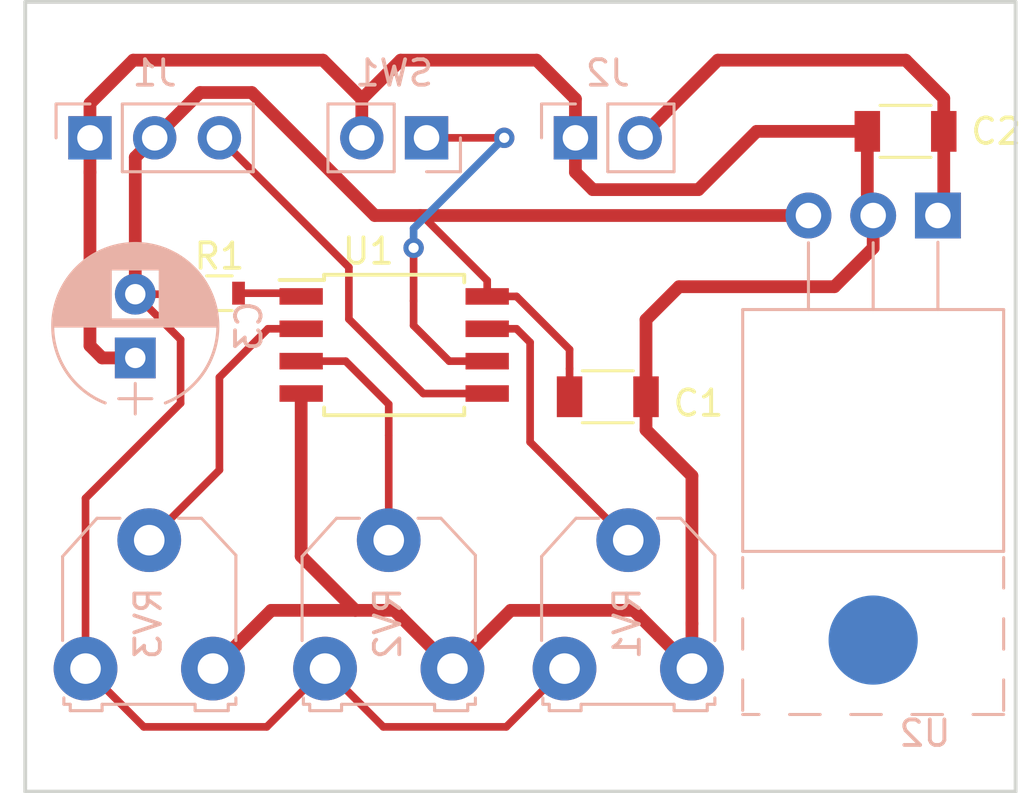
<source format=kicad_pcb>
(kicad_pcb (version 20171130) (host pcbnew "(5.0.1)-3")

  (general
    (thickness 1.6)
    (drawings 4)
    (tracks 101)
    (zones 0)
    (modules 12)
    (nets 10)
  )

  (page A4)
  (title_block
    (title RailroadSwitch)
    (date 2019-01-01)
    (rev 1)
    (company "Mark van Renswoude")
  )

  (layers
    (0 F.Cu signal)
    (31 B.Cu signal)
    (32 B.Adhes user)
    (33 F.Adhes user)
    (34 B.Paste user)
    (35 F.Paste user)
    (36 B.SilkS user)
    (37 F.SilkS user)
    (38 B.Mask user)
    (39 F.Mask user)
    (40 Dwgs.User user)
    (41 Cmts.User user)
    (42 Eco1.User user)
    (43 Eco2.User user)
    (44 Edge.Cuts user)
    (45 Margin user)
    (46 B.CrtYd user)
    (47 F.CrtYd user)
    (48 B.Fab user)
    (49 F.Fab user)
  )

  (setup
    (last_trace_width 0.3)
    (user_trace_width 0.5)
    (trace_clearance 0.2)
    (zone_clearance 0.508)
    (zone_45_only no)
    (trace_min 0.2)
    (segment_width 0.2)
    (edge_width 0.15)
    (via_size 0.8)
    (via_drill 0.4)
    (via_min_size 0.4)
    (via_min_drill 0.3)
    (uvia_size 0.3)
    (uvia_drill 0.1)
    (uvias_allowed no)
    (uvia_min_size 0.2)
    (uvia_min_drill 0.1)
    (pcb_text_width 0.3)
    (pcb_text_size 1.5 1.5)
    (mod_edge_width 0.15)
    (mod_text_size 1 1)
    (mod_text_width 0.15)
    (pad_size 1.524 1.524)
    (pad_drill 0.762)
    (pad_to_mask_clearance 0.051)
    (solder_mask_min_width 0.25)
    (aux_axis_origin 0 0)
    (visible_elements 7FFFFFFF)
    (pcbplotparams
      (layerselection 0x00000_7fffffff)
      (usegerberextensions false)
      (usegerberattributes false)
      (usegerberadvancedattributes false)
      (creategerberjobfile false)
      (excludeedgelayer true)
      (linewidth 0.100000)
      (plotframeref false)
      (viasonmask false)
      (mode 1)
      (useauxorigin false)
      (hpglpennumber 1)
      (hpglpenspeed 20)
      (hpglpendiameter 15.000000)
      (psnegative true)
      (psa4output false)
      (plotreference true)
      (plotvalue true)
      (plotinvisibletext false)
      (padsonsilk false)
      (subtractmaskfromsilk false)
      (outputformat 4)
      (mirror true)
      (drillshape 1)
      (scaleselection 1)
      (outputdirectory ""))
  )

  (net 0 "")
  (net 1 GND)
  (net 2 +5V)
  (net 3 "Net-(J1-Pad3)")
  (net 4 +12V)
  (net 5 "Net-(R1-Pad2)")
  (net 6 "Net-(RV1-Pad2)")
  (net 7 "Net-(RV2-Pad2)")
  (net 8 "Net-(SW1-Pad1)")
  (net 9 "Net-(RV3-Pad2)")

  (net_class Default "This is the default net class."
    (clearance 0.2)
    (trace_width 0.3)
    (via_dia 0.8)
    (via_drill 0.4)
    (uvia_dia 0.3)
    (uvia_drill 0.1)
    (add_net +12V)
    (add_net +5V)
    (add_net GND)
    (add_net "Net-(J1-Pad3)")
    (add_net "Net-(R1-Pad2)")
    (add_net "Net-(RV1-Pad2)")
    (add_net "Net-(RV2-Pad2)")
    (add_net "Net-(RV3-Pad2)")
    (add_net "Net-(SW1-Pad1)")
  )

  (module custom:TO-220-3_Horizontal_Reversed (layer B.Cu) (tedit 5C2BB86F) (tstamp 5C2E5ECD)
    (at 169.418 63.246 180)
    (descr "TO-220-3, Horizontal, RM 2.54mm")
    (tags "TO-220-3 Horizontal RM 2.54mm")
    (path /5C2CDA60)
    (fp_text reference U2 (at 0.508 -20.32 180) (layer B.SilkS)
      (effects (font (size 1 1) (thickness 0.15)) (justify mirror))
    )
    (fp_text value L7805 (at 2.54 1.9 180) (layer B.Fab)
      (effects (font (size 1 1) (thickness 0.15)) (justify mirror))
    )
    (fp_circle (center 2.54 -16.66) (end 4.39 -16.66) (layer B.Fab) (width 0.1))
    (fp_line (start 7.79 1.15) (end -2.71 1.15) (layer B.CrtYd) (width 0.05))
    (fp_line (start 7.79 -19.71) (end 7.79 1.15) (layer B.CrtYd) (width 0.05))
    (fp_line (start -2.71 -19.71) (end 7.79 -19.71) (layer B.CrtYd) (width 0.05))
    (fp_line (start -2.71 1.15) (end -2.71 -19.71) (layer B.CrtYd) (width 0.05))
    (fp_line (start 5.08 -1.066) (end 5.08 -3.69) (layer B.SilkS) (width 0.12))
    (fp_line (start 2.54 -1.066) (end 2.54 -3.69) (layer B.SilkS) (width 0.12))
    (fp_line (start 0 -1.05) (end 0 -3.69) (layer B.SilkS) (width 0.12))
    (fp_line (start 7.66 -18.22) (end 7.66 -19.42) (layer B.SilkS) (width 0.12))
    (fp_line (start 7.66 -15.82) (end 7.66 -17.02) (layer B.SilkS) (width 0.12))
    (fp_line (start 7.66 -13.42) (end 7.66 -14.62) (layer B.SilkS) (width 0.12))
    (fp_line (start -2.58 -18.22) (end -2.58 -19.42) (layer B.SilkS) (width 0.12))
    (fp_line (start -2.58 -15.82) (end -2.58 -17.02) (layer B.SilkS) (width 0.12))
    (fp_line (start -2.58 -13.42) (end -2.58 -14.62) (layer B.SilkS) (width 0.12))
    (fp_line (start 7.02 -19.58) (end 7.66 -19.58) (layer B.SilkS) (width 0.12))
    (fp_line (start 4.62 -19.58) (end 5.82 -19.58) (layer B.SilkS) (width 0.12))
    (fp_line (start 2.22 -19.58) (end 3.42 -19.58) (layer B.SilkS) (width 0.12))
    (fp_line (start -0.181 -19.58) (end 1.02 -19.58) (layer B.SilkS) (width 0.12))
    (fp_line (start -2.58 -19.58) (end -1.38 -19.58) (layer B.SilkS) (width 0.12))
    (fp_line (start 7.66 -3.69) (end 7.66 -13.18) (layer B.SilkS) (width 0.12))
    (fp_line (start -2.58 -3.69) (end -2.58 -13.18) (layer B.SilkS) (width 0.12))
    (fp_line (start -2.58 -13.18) (end 7.66 -13.18) (layer B.SilkS) (width 0.12))
    (fp_line (start -2.58 -3.69) (end 7.66 -3.69) (layer B.SilkS) (width 0.12))
    (fp_line (start 5.08 -3.81) (end 5.08 0) (layer B.Fab) (width 0.1))
    (fp_line (start 2.54 -3.81) (end 2.54 0) (layer B.Fab) (width 0.1))
    (fp_line (start 0 -3.81) (end 0 0) (layer B.Fab) (width 0.1))
    (fp_line (start 7.54 -3.81) (end -2.46 -3.81) (layer B.Fab) (width 0.1))
    (fp_line (start 7.54 -13.06) (end 7.54 -3.81) (layer B.Fab) (width 0.1))
    (fp_line (start -2.46 -13.06) (end 7.54 -13.06) (layer B.Fab) (width 0.1))
    (fp_line (start -2.46 -3.81) (end -2.46 -13.06) (layer B.Fab) (width 0.1))
    (fp_line (start 7.54 -13.06) (end -2.46 -13.06) (layer B.Fab) (width 0.1))
    (fp_line (start 7.54 -19.46) (end 7.54 -13.06) (layer B.Fab) (width 0.1))
    (fp_line (start -2.46 -19.46) (end 7.54 -19.46) (layer B.Fab) (width 0.1))
    (fp_line (start -2.46 -13.06) (end -2.46 -19.46) (layer B.Fab) (width 0.1))
    (fp_text user %R (at 2.54 -20.58 180) (layer B.Fab)
      (effects (font (size 1 1) (thickness 0.15)) (justify mirror))
    )
    (pad 3 thru_hole oval (at 5.08 0 180) (size 1.8 1.8) (drill 1) (layers *.Cu *.Mask)
      (net 2 +5V))
    (pad 2 thru_hole oval (at 2.54 0 180) (size 1.8 1.8) (drill 1) (layers *.Cu *.Mask)
      (net 1 GND))
    (pad 1 thru_hole rect (at 0 0 180) (size 1.8 1.8) (drill 1) (layers *.Cu *.Mask)
      (net 4 +12V))
    (pad 0 smd oval (at 2.54 -16.66 180) (size 3.5 3.5) (layers B.Cu B.Paste B.Mask))
    (model ${KISYS3DMOD}/TO_SOT_Packages_THT.3dshapes/TO-220-3_Horizontal_Reversed.wrl
      (offset (xyz 2.539999961853027 0 0))
      (scale (xyz 0.393701 0.393701 0.393701))
      (rotate (xyz 0 0 180))
    )
  )

  (module Capacitors_SMD:C_1206 (layer F.Cu) (tedit 58AA84B8) (tstamp 5C2E5CC1)
    (at 156.464 70.358)
    (descr "Capacitor SMD 1206, reflow soldering, AVX (see smccp.pdf)")
    (tags "capacitor 1206")
    (path /5C2C52A2)
    (attr smd)
    (fp_text reference C1 (at 3.556 0.254) (layer F.SilkS)
      (effects (font (size 1 1) (thickness 0.15)))
    )
    (fp_text value 100nF (at 0 2) (layer F.Fab)
      (effects (font (size 1 1) (thickness 0.15)))
    )
    (fp_line (start 2.25 1.05) (end -2.25 1.05) (layer F.CrtYd) (width 0.05))
    (fp_line (start 2.25 1.05) (end 2.25 -1.05) (layer F.CrtYd) (width 0.05))
    (fp_line (start -2.25 -1.05) (end -2.25 1.05) (layer F.CrtYd) (width 0.05))
    (fp_line (start -2.25 -1.05) (end 2.25 -1.05) (layer F.CrtYd) (width 0.05))
    (fp_line (start -1 1.02) (end 1 1.02) (layer F.SilkS) (width 0.12))
    (fp_line (start 1 -1.02) (end -1 -1.02) (layer F.SilkS) (width 0.12))
    (fp_line (start -1.6 -0.8) (end 1.6 -0.8) (layer F.Fab) (width 0.1))
    (fp_line (start 1.6 -0.8) (end 1.6 0.8) (layer F.Fab) (width 0.1))
    (fp_line (start 1.6 0.8) (end -1.6 0.8) (layer F.Fab) (width 0.1))
    (fp_line (start -1.6 0.8) (end -1.6 -0.8) (layer F.Fab) (width 0.1))
    (fp_text user %R (at 0 -1.75) (layer F.Fab)
      (effects (font (size 1 1) (thickness 0.15)))
    )
    (pad 2 smd rect (at 1.5 0) (size 1 1.6) (layers F.Cu F.Paste F.Mask)
      (net 1 GND))
    (pad 1 smd rect (at -1.5 0) (size 1 1.6) (layers F.Cu F.Paste F.Mask)
      (net 2 +5V))
    (model Capacitors_SMD.3dshapes/C_1206.wrl
      (at (xyz 0 0 0))
      (scale (xyz 1 1 1))
      (rotate (xyz 0 0 0))
    )
  )

  (module Capacitors_SMD:C_1206 (layer F.Cu) (tedit 58AA84B8) (tstamp 5C2E5CD2)
    (at 168.148 59.944 180)
    (descr "Capacitor SMD 1206, reflow soldering, AVX (see smccp.pdf)")
    (tags "capacitor 1206")
    (path /5C2E5A00)
    (attr smd)
    (fp_text reference C2 (at -3.556 0 180) (layer F.SilkS)
      (effects (font (size 1 1) (thickness 0.15)))
    )
    (fp_text value 22pF (at 0 2 180) (layer F.Fab)
      (effects (font (size 1 1) (thickness 0.15)))
    )
    (fp_text user %R (at 0 -1.75 180) (layer F.Fab)
      (effects (font (size 1 1) (thickness 0.15)))
    )
    (fp_line (start -1.6 0.8) (end -1.6 -0.8) (layer F.Fab) (width 0.1))
    (fp_line (start 1.6 0.8) (end -1.6 0.8) (layer F.Fab) (width 0.1))
    (fp_line (start 1.6 -0.8) (end 1.6 0.8) (layer F.Fab) (width 0.1))
    (fp_line (start -1.6 -0.8) (end 1.6 -0.8) (layer F.Fab) (width 0.1))
    (fp_line (start 1 -1.02) (end -1 -1.02) (layer F.SilkS) (width 0.12))
    (fp_line (start -1 1.02) (end 1 1.02) (layer F.SilkS) (width 0.12))
    (fp_line (start -2.25 -1.05) (end 2.25 -1.05) (layer F.CrtYd) (width 0.05))
    (fp_line (start -2.25 -1.05) (end -2.25 1.05) (layer F.CrtYd) (width 0.05))
    (fp_line (start 2.25 1.05) (end 2.25 -1.05) (layer F.CrtYd) (width 0.05))
    (fp_line (start 2.25 1.05) (end -2.25 1.05) (layer F.CrtYd) (width 0.05))
    (pad 1 smd rect (at -1.5 0 180) (size 1 1.6) (layers F.Cu F.Paste F.Mask)
      (net 4 +12V))
    (pad 2 smd rect (at 1.5 0 180) (size 1 1.6) (layers F.Cu F.Paste F.Mask)
      (net 1 GND))
    (model Capacitors_SMD.3dshapes/C_1206.wrl
      (at (xyz 0 0 0))
      (scale (xyz 1 1 1))
      (rotate (xyz 0 0 0))
    )
  )

  (module Capacitors_ThroughHole:CP_Radial_D6.3mm_P2.50mm (layer B.Cu) (tedit 597BC7C2) (tstamp 5C2E5D67)
    (at 137.922 68.834 90)
    (descr "CP, Radial series, Radial, pin pitch=2.50mm, , diameter=6.3mm, Electrolytic Capacitor")
    (tags "CP Radial series Radial pin pitch 2.50mm  diameter 6.3mm Electrolytic Capacitor")
    (path /5C2EF195)
    (fp_text reference C3 (at 1.25 4.46 90) (layer B.SilkS)
      (effects (font (size 1 1) (thickness 0.15)) (justify mirror))
    )
    (fp_text value 470uF (at 1.25 -4.46 90) (layer B.Fab)
      (effects (font (size 1 1) (thickness 0.15)) (justify mirror))
    )
    (fp_text user %R (at 1.25 0 90) (layer B.Fab)
      (effects (font (size 1 1) (thickness 0.15)) (justify mirror))
    )
    (fp_line (start 4.75 3.5) (end -2.25 3.5) (layer B.CrtYd) (width 0.05))
    (fp_line (start 4.75 -3.5) (end 4.75 3.5) (layer B.CrtYd) (width 0.05))
    (fp_line (start -2.25 -3.5) (end 4.75 -3.5) (layer B.CrtYd) (width 0.05))
    (fp_line (start -2.25 3.5) (end -2.25 -3.5) (layer B.CrtYd) (width 0.05))
    (fp_line (start -1.6 0.65) (end -1.6 -0.65) (layer B.SilkS) (width 0.12))
    (fp_line (start -2.2 0) (end -1 0) (layer B.SilkS) (width 0.12))
    (fp_line (start 4.451 0.468) (end 4.451 -0.468) (layer B.SilkS) (width 0.12))
    (fp_line (start 4.411 0.676) (end 4.411 -0.676) (layer B.SilkS) (width 0.12))
    (fp_line (start 4.371 0.834) (end 4.371 -0.834) (layer B.SilkS) (width 0.12))
    (fp_line (start 4.331 0.966) (end 4.331 -0.966) (layer B.SilkS) (width 0.12))
    (fp_line (start 4.291 1.081) (end 4.291 -1.081) (layer B.SilkS) (width 0.12))
    (fp_line (start 4.251 1.184) (end 4.251 -1.184) (layer B.SilkS) (width 0.12))
    (fp_line (start 4.211 1.278) (end 4.211 -1.278) (layer B.SilkS) (width 0.12))
    (fp_line (start 4.171 1.364) (end 4.171 -1.364) (layer B.SilkS) (width 0.12))
    (fp_line (start 4.131 1.445) (end 4.131 -1.445) (layer B.SilkS) (width 0.12))
    (fp_line (start 4.091 1.52) (end 4.091 -1.52) (layer B.SilkS) (width 0.12))
    (fp_line (start 4.051 1.591) (end 4.051 -1.591) (layer B.SilkS) (width 0.12))
    (fp_line (start 4.011 1.658) (end 4.011 -1.658) (layer B.SilkS) (width 0.12))
    (fp_line (start 3.971 1.721) (end 3.971 -1.721) (layer B.SilkS) (width 0.12))
    (fp_line (start 3.931 1.781) (end 3.931 -1.781) (layer B.SilkS) (width 0.12))
    (fp_line (start 3.891 1.839) (end 3.891 -1.839) (layer B.SilkS) (width 0.12))
    (fp_line (start 3.851 1.894) (end 3.851 -1.894) (layer B.SilkS) (width 0.12))
    (fp_line (start 3.811 1.946) (end 3.811 -1.946) (layer B.SilkS) (width 0.12))
    (fp_line (start 3.771 1.997) (end 3.771 -1.997) (layer B.SilkS) (width 0.12))
    (fp_line (start 3.731 2.045) (end 3.731 -2.045) (layer B.SilkS) (width 0.12))
    (fp_line (start 3.691 2.092) (end 3.691 -2.092) (layer B.SilkS) (width 0.12))
    (fp_line (start 3.651 2.137) (end 3.651 -2.137) (layer B.SilkS) (width 0.12))
    (fp_line (start 3.611 2.18) (end 3.611 -2.18) (layer B.SilkS) (width 0.12))
    (fp_line (start 3.571 2.222) (end 3.571 -2.222) (layer B.SilkS) (width 0.12))
    (fp_line (start 3.531 2.262) (end 3.531 -2.262) (layer B.SilkS) (width 0.12))
    (fp_line (start 3.491 2.301) (end 3.491 -2.301) (layer B.SilkS) (width 0.12))
    (fp_line (start 3.451 -0.98) (end 3.451 -2.339) (layer B.SilkS) (width 0.12))
    (fp_line (start 3.451 2.339) (end 3.451 0.98) (layer B.SilkS) (width 0.12))
    (fp_line (start 3.411 -0.98) (end 3.411 -2.375) (layer B.SilkS) (width 0.12))
    (fp_line (start 3.411 2.375) (end 3.411 0.98) (layer B.SilkS) (width 0.12))
    (fp_line (start 3.371 -0.98) (end 3.371 -2.411) (layer B.SilkS) (width 0.12))
    (fp_line (start 3.371 2.411) (end 3.371 0.98) (layer B.SilkS) (width 0.12))
    (fp_line (start 3.331 -0.98) (end 3.331 -2.445) (layer B.SilkS) (width 0.12))
    (fp_line (start 3.331 2.445) (end 3.331 0.98) (layer B.SilkS) (width 0.12))
    (fp_line (start 3.291 -0.98) (end 3.291 -2.478) (layer B.SilkS) (width 0.12))
    (fp_line (start 3.291 2.478) (end 3.291 0.98) (layer B.SilkS) (width 0.12))
    (fp_line (start 3.251 -0.98) (end 3.251 -2.51) (layer B.SilkS) (width 0.12))
    (fp_line (start 3.251 2.51) (end 3.251 0.98) (layer B.SilkS) (width 0.12))
    (fp_line (start 3.211 -0.98) (end 3.211 -2.54) (layer B.SilkS) (width 0.12))
    (fp_line (start 3.211 2.54) (end 3.211 0.98) (layer B.SilkS) (width 0.12))
    (fp_line (start 3.171 -0.98) (end 3.171 -2.57) (layer B.SilkS) (width 0.12))
    (fp_line (start 3.171 2.57) (end 3.171 0.98) (layer B.SilkS) (width 0.12))
    (fp_line (start 3.131 -0.98) (end 3.131 -2.599) (layer B.SilkS) (width 0.12))
    (fp_line (start 3.131 2.599) (end 3.131 0.98) (layer B.SilkS) (width 0.12))
    (fp_line (start 3.091 -0.98) (end 3.091 -2.627) (layer B.SilkS) (width 0.12))
    (fp_line (start 3.091 2.627) (end 3.091 0.98) (layer B.SilkS) (width 0.12))
    (fp_line (start 3.051 -0.98) (end 3.051 -2.654) (layer B.SilkS) (width 0.12))
    (fp_line (start 3.051 2.654) (end 3.051 0.98) (layer B.SilkS) (width 0.12))
    (fp_line (start 3.011 -0.98) (end 3.011 -2.681) (layer B.SilkS) (width 0.12))
    (fp_line (start 3.011 2.681) (end 3.011 0.98) (layer B.SilkS) (width 0.12))
    (fp_line (start 2.971 -0.98) (end 2.971 -2.706) (layer B.SilkS) (width 0.12))
    (fp_line (start 2.971 2.706) (end 2.971 0.98) (layer B.SilkS) (width 0.12))
    (fp_line (start 2.931 -0.98) (end 2.931 -2.731) (layer B.SilkS) (width 0.12))
    (fp_line (start 2.931 2.731) (end 2.931 0.98) (layer B.SilkS) (width 0.12))
    (fp_line (start 2.891 -0.98) (end 2.891 -2.755) (layer B.SilkS) (width 0.12))
    (fp_line (start 2.891 2.755) (end 2.891 0.98) (layer B.SilkS) (width 0.12))
    (fp_line (start 2.851 -0.98) (end 2.851 -2.778) (layer B.SilkS) (width 0.12))
    (fp_line (start 2.851 2.778) (end 2.851 0.98) (layer B.SilkS) (width 0.12))
    (fp_line (start 2.811 -0.98) (end 2.811 -2.8) (layer B.SilkS) (width 0.12))
    (fp_line (start 2.811 2.8) (end 2.811 0.98) (layer B.SilkS) (width 0.12))
    (fp_line (start 2.771 -0.98) (end 2.771 -2.822) (layer B.SilkS) (width 0.12))
    (fp_line (start 2.771 2.822) (end 2.771 0.98) (layer B.SilkS) (width 0.12))
    (fp_line (start 2.731 -0.98) (end 2.731 -2.843) (layer B.SilkS) (width 0.12))
    (fp_line (start 2.731 2.843) (end 2.731 0.98) (layer B.SilkS) (width 0.12))
    (fp_line (start 2.691 -0.98) (end 2.691 -2.863) (layer B.SilkS) (width 0.12))
    (fp_line (start 2.691 2.863) (end 2.691 0.98) (layer B.SilkS) (width 0.12))
    (fp_line (start 2.651 -0.98) (end 2.651 -2.882) (layer B.SilkS) (width 0.12))
    (fp_line (start 2.651 2.882) (end 2.651 0.98) (layer B.SilkS) (width 0.12))
    (fp_line (start 2.611 -0.98) (end 2.611 -2.901) (layer B.SilkS) (width 0.12))
    (fp_line (start 2.611 2.901) (end 2.611 0.98) (layer B.SilkS) (width 0.12))
    (fp_line (start 2.571 -0.98) (end 2.571 -2.919) (layer B.SilkS) (width 0.12))
    (fp_line (start 2.571 2.919) (end 2.571 0.98) (layer B.SilkS) (width 0.12))
    (fp_line (start 2.531 -0.98) (end 2.531 -2.937) (layer B.SilkS) (width 0.12))
    (fp_line (start 2.531 2.937) (end 2.531 0.98) (layer B.SilkS) (width 0.12))
    (fp_line (start 2.491 -0.98) (end 2.491 -2.954) (layer B.SilkS) (width 0.12))
    (fp_line (start 2.491 2.954) (end 2.491 0.98) (layer B.SilkS) (width 0.12))
    (fp_line (start 2.451 -0.98) (end 2.451 -2.97) (layer B.SilkS) (width 0.12))
    (fp_line (start 2.451 2.97) (end 2.451 0.98) (layer B.SilkS) (width 0.12))
    (fp_line (start 2.411 -0.98) (end 2.411 -2.986) (layer B.SilkS) (width 0.12))
    (fp_line (start 2.411 2.986) (end 2.411 0.98) (layer B.SilkS) (width 0.12))
    (fp_line (start 2.371 -0.98) (end 2.371 -3.001) (layer B.SilkS) (width 0.12))
    (fp_line (start 2.371 3.001) (end 2.371 0.98) (layer B.SilkS) (width 0.12))
    (fp_line (start 2.331 -0.98) (end 2.331 -3.015) (layer B.SilkS) (width 0.12))
    (fp_line (start 2.331 3.015) (end 2.331 0.98) (layer B.SilkS) (width 0.12))
    (fp_line (start 2.291 -0.98) (end 2.291 -3.029) (layer B.SilkS) (width 0.12))
    (fp_line (start 2.291 3.029) (end 2.291 0.98) (layer B.SilkS) (width 0.12))
    (fp_line (start 2.251 -0.98) (end 2.251 -3.042) (layer B.SilkS) (width 0.12))
    (fp_line (start 2.251 3.042) (end 2.251 0.98) (layer B.SilkS) (width 0.12))
    (fp_line (start 2.211 -0.98) (end 2.211 -3.055) (layer B.SilkS) (width 0.12))
    (fp_line (start 2.211 3.055) (end 2.211 0.98) (layer B.SilkS) (width 0.12))
    (fp_line (start 2.171 -0.98) (end 2.171 -3.067) (layer B.SilkS) (width 0.12))
    (fp_line (start 2.171 3.067) (end 2.171 0.98) (layer B.SilkS) (width 0.12))
    (fp_line (start 2.131 -0.98) (end 2.131 -3.079) (layer B.SilkS) (width 0.12))
    (fp_line (start 2.131 3.079) (end 2.131 0.98) (layer B.SilkS) (width 0.12))
    (fp_line (start 2.091 -0.98) (end 2.091 -3.09) (layer B.SilkS) (width 0.12))
    (fp_line (start 2.091 3.09) (end 2.091 0.98) (layer B.SilkS) (width 0.12))
    (fp_line (start 2.051 -0.98) (end 2.051 -3.1) (layer B.SilkS) (width 0.12))
    (fp_line (start 2.051 3.1) (end 2.051 0.98) (layer B.SilkS) (width 0.12))
    (fp_line (start 2.011 -0.98) (end 2.011 -3.11) (layer B.SilkS) (width 0.12))
    (fp_line (start 2.011 3.11) (end 2.011 0.98) (layer B.SilkS) (width 0.12))
    (fp_line (start 1.971 -0.98) (end 1.971 -3.119) (layer B.SilkS) (width 0.12))
    (fp_line (start 1.971 3.119) (end 1.971 0.98) (layer B.SilkS) (width 0.12))
    (fp_line (start 1.93 -0.98) (end 1.93 -3.128) (layer B.SilkS) (width 0.12))
    (fp_line (start 1.93 3.128) (end 1.93 0.98) (layer B.SilkS) (width 0.12))
    (fp_line (start 1.89 -0.98) (end 1.89 -3.137) (layer B.SilkS) (width 0.12))
    (fp_line (start 1.89 3.137) (end 1.89 0.98) (layer B.SilkS) (width 0.12))
    (fp_line (start 1.85 -0.98) (end 1.85 -3.144) (layer B.SilkS) (width 0.12))
    (fp_line (start 1.85 3.144) (end 1.85 0.98) (layer B.SilkS) (width 0.12))
    (fp_line (start 1.81 -0.98) (end 1.81 -3.152) (layer B.SilkS) (width 0.12))
    (fp_line (start 1.81 3.152) (end 1.81 0.98) (layer B.SilkS) (width 0.12))
    (fp_line (start 1.77 -0.98) (end 1.77 -3.158) (layer B.SilkS) (width 0.12))
    (fp_line (start 1.77 3.158) (end 1.77 0.98) (layer B.SilkS) (width 0.12))
    (fp_line (start 1.73 -0.98) (end 1.73 -3.165) (layer B.SilkS) (width 0.12))
    (fp_line (start 1.73 3.165) (end 1.73 0.98) (layer B.SilkS) (width 0.12))
    (fp_line (start 1.69 -0.98) (end 1.69 -3.17) (layer B.SilkS) (width 0.12))
    (fp_line (start 1.69 3.17) (end 1.69 0.98) (layer B.SilkS) (width 0.12))
    (fp_line (start 1.65 -0.98) (end 1.65 -3.176) (layer B.SilkS) (width 0.12))
    (fp_line (start 1.65 3.176) (end 1.65 0.98) (layer B.SilkS) (width 0.12))
    (fp_line (start 1.61 -0.98) (end 1.61 -3.18) (layer B.SilkS) (width 0.12))
    (fp_line (start 1.61 3.18) (end 1.61 0.98) (layer B.SilkS) (width 0.12))
    (fp_line (start 1.57 -0.98) (end 1.57 -3.185) (layer B.SilkS) (width 0.12))
    (fp_line (start 1.57 3.185) (end 1.57 0.98) (layer B.SilkS) (width 0.12))
    (fp_line (start 1.53 -0.98) (end 1.53 -3.188) (layer B.SilkS) (width 0.12))
    (fp_line (start 1.53 3.188) (end 1.53 0.98) (layer B.SilkS) (width 0.12))
    (fp_line (start 1.49 3.192) (end 1.49 -3.192) (layer B.SilkS) (width 0.12))
    (fp_line (start 1.45 3.194) (end 1.45 -3.194) (layer B.SilkS) (width 0.12))
    (fp_line (start 1.41 3.197) (end 1.41 -3.197) (layer B.SilkS) (width 0.12))
    (fp_line (start 1.37 3.198) (end 1.37 -3.198) (layer B.SilkS) (width 0.12))
    (fp_line (start 1.33 3.2) (end 1.33 -3.2) (layer B.SilkS) (width 0.12))
    (fp_line (start 1.29 3.2) (end 1.29 -3.2) (layer B.SilkS) (width 0.12))
    (fp_line (start 1.25 3.2) (end 1.25 -3.2) (layer B.SilkS) (width 0.12))
    (fp_line (start -1.6 0.65) (end -1.6 -0.65) (layer B.Fab) (width 0.1))
    (fp_line (start -2.2 0) (end -1 0) (layer B.Fab) (width 0.1))
    (fp_circle (center 1.25 0) (end 4.4 0) (layer B.Fab) (width 0.1))
    (fp_arc (start 1.25 0) (end 4.267482 1.18) (angle -42.7) (layer B.SilkS) (width 0.12))
    (fp_arc (start 1.25 0) (end -1.767482 -1.18) (angle 137.3) (layer B.SilkS) (width 0.12))
    (fp_arc (start 1.25 0) (end -1.767482 1.18) (angle -137.3) (layer B.SilkS) (width 0.12))
    (pad 2 thru_hole circle (at 2.5 0 90) (size 1.6 1.6) (drill 0.8) (layers *.Cu *.Mask)
      (net 2 +5V))
    (pad 1 thru_hole rect (at 0 0 90) (size 1.6 1.6) (drill 0.8) (layers *.Cu *.Mask)
      (net 1 GND))
    (model ${KISYS3DMOD}/Capacitors_THT.3dshapes/CP_Radial_D6.3mm_P2.50mm.wrl
      (at (xyz 0 0 0))
      (scale (xyz 1 1 1))
      (rotate (xyz 0 0 0))
    )
  )

  (module Pin_Headers:Pin_Header_Straight_1x03_Pitch2.54mm (layer B.Cu) (tedit 59650532) (tstamp 5C2E5D7E)
    (at 136.144 60.198 270)
    (descr "Through hole straight pin header, 1x03, 2.54mm pitch, single row")
    (tags "Through hole pin header THT 1x03 2.54mm single row")
    (path /5C2CB61A)
    (fp_text reference J1 (at -2.54 -2.54) (layer B.SilkS)
      (effects (font (size 1 1) (thickness 0.15)) (justify mirror))
    )
    (fp_text value Servo (at 0 -7.41 270) (layer B.Fab)
      (effects (font (size 1 1) (thickness 0.15)) (justify mirror))
    )
    (fp_text user %R (at 0 -2.54 180) (layer B.Fab)
      (effects (font (size 1 1) (thickness 0.15)) (justify mirror))
    )
    (fp_line (start 1.8 1.8) (end -1.8 1.8) (layer B.CrtYd) (width 0.05))
    (fp_line (start 1.8 -6.85) (end 1.8 1.8) (layer B.CrtYd) (width 0.05))
    (fp_line (start -1.8 -6.85) (end 1.8 -6.85) (layer B.CrtYd) (width 0.05))
    (fp_line (start -1.8 1.8) (end -1.8 -6.85) (layer B.CrtYd) (width 0.05))
    (fp_line (start -1.33 1.33) (end 0 1.33) (layer B.SilkS) (width 0.12))
    (fp_line (start -1.33 0) (end -1.33 1.33) (layer B.SilkS) (width 0.12))
    (fp_line (start -1.33 -1.27) (end 1.33 -1.27) (layer B.SilkS) (width 0.12))
    (fp_line (start 1.33 -1.27) (end 1.33 -6.41) (layer B.SilkS) (width 0.12))
    (fp_line (start -1.33 -1.27) (end -1.33 -6.41) (layer B.SilkS) (width 0.12))
    (fp_line (start -1.33 -6.41) (end 1.33 -6.41) (layer B.SilkS) (width 0.12))
    (fp_line (start -1.27 0.635) (end -0.635 1.27) (layer B.Fab) (width 0.1))
    (fp_line (start -1.27 -6.35) (end -1.27 0.635) (layer B.Fab) (width 0.1))
    (fp_line (start 1.27 -6.35) (end -1.27 -6.35) (layer B.Fab) (width 0.1))
    (fp_line (start 1.27 1.27) (end 1.27 -6.35) (layer B.Fab) (width 0.1))
    (fp_line (start -0.635 1.27) (end 1.27 1.27) (layer B.Fab) (width 0.1))
    (pad 3 thru_hole oval (at 0 -5.08 270) (size 1.7 1.7) (drill 1) (layers *.Cu *.Mask)
      (net 3 "Net-(J1-Pad3)"))
    (pad 2 thru_hole oval (at 0 -2.54 270) (size 1.7 1.7) (drill 1) (layers *.Cu *.Mask)
      (net 2 +5V))
    (pad 1 thru_hole rect (at 0 0 270) (size 1.7 1.7) (drill 1) (layers *.Cu *.Mask)
      (net 1 GND))
    (model ${KISYS3DMOD}/Pin_Headers.3dshapes/Pin_Header_Straight_1x03_Pitch2.54mm.wrl
      (at (xyz 0 0 0))
      (scale (xyz 1 1 1))
      (rotate (xyz 0 0 0))
    )
  )

  (module Pin_Headers:Pin_Header_Straight_1x02_Pitch2.54mm (layer B.Cu) (tedit 59650532) (tstamp 5C2E5D94)
    (at 155.194 60.198 270)
    (descr "Through hole straight pin header, 1x02, 2.54mm pitch, single row")
    (tags "Through hole pin header THT 1x02 2.54mm single row")
    (path /5C2CC12F)
    (fp_text reference J2 (at -2.54 -1.27) (layer B.SilkS)
      (effects (font (size 1 1) (thickness 0.15)) (justify mirror))
    )
    (fp_text value Power (at 0 -4.87 270) (layer B.Fab)
      (effects (font (size 1 1) (thickness 0.15)) (justify mirror))
    )
    (fp_line (start -0.635 1.27) (end 1.27 1.27) (layer B.Fab) (width 0.1))
    (fp_line (start 1.27 1.27) (end 1.27 -3.81) (layer B.Fab) (width 0.1))
    (fp_line (start 1.27 -3.81) (end -1.27 -3.81) (layer B.Fab) (width 0.1))
    (fp_line (start -1.27 -3.81) (end -1.27 0.635) (layer B.Fab) (width 0.1))
    (fp_line (start -1.27 0.635) (end -0.635 1.27) (layer B.Fab) (width 0.1))
    (fp_line (start -1.33 -3.87) (end 1.33 -3.87) (layer B.SilkS) (width 0.12))
    (fp_line (start -1.33 -1.27) (end -1.33 -3.87) (layer B.SilkS) (width 0.12))
    (fp_line (start 1.33 -1.27) (end 1.33 -3.87) (layer B.SilkS) (width 0.12))
    (fp_line (start -1.33 -1.27) (end 1.33 -1.27) (layer B.SilkS) (width 0.12))
    (fp_line (start -1.33 0) (end -1.33 1.33) (layer B.SilkS) (width 0.12))
    (fp_line (start -1.33 1.33) (end 0 1.33) (layer B.SilkS) (width 0.12))
    (fp_line (start -1.8 1.8) (end -1.8 -4.35) (layer B.CrtYd) (width 0.05))
    (fp_line (start -1.8 -4.35) (end 1.8 -4.35) (layer B.CrtYd) (width 0.05))
    (fp_line (start 1.8 -4.35) (end 1.8 1.8) (layer B.CrtYd) (width 0.05))
    (fp_line (start 1.8 1.8) (end -1.8 1.8) (layer B.CrtYd) (width 0.05))
    (fp_text user %R (at 0 -1.27 180) (layer B.Fab)
      (effects (font (size 1 1) (thickness 0.15)) (justify mirror))
    )
    (pad 1 thru_hole rect (at 0 0 270) (size 1.7 1.7) (drill 1) (layers *.Cu *.Mask)
      (net 1 GND))
    (pad 2 thru_hole oval (at 0 -2.54 270) (size 1.7 1.7) (drill 1) (layers *.Cu *.Mask)
      (net 4 +12V))
    (model ${KISYS3DMOD}/Pin_Headers.3dshapes/Pin_Header_Straight_1x02_Pitch2.54mm.wrl
      (at (xyz 0 0 0))
      (scale (xyz 1 1 1))
      (rotate (xyz 0 0 0))
    )
  )

  (module Resistors_SMD:R_0603 (layer F.Cu) (tedit 58E0A804) (tstamp 5C2E5DA5)
    (at 141.224 66.294)
    (descr "Resistor SMD 0603, reflow soldering, Vishay (see dcrcw.pdf)")
    (tags "resistor 0603")
    (path /5C2C5686)
    (attr smd)
    (fp_text reference R1 (at 0 -1.45) (layer F.SilkS)
      (effects (font (size 1 1) (thickness 0.15)))
    )
    (fp_text value 10k (at 0 1.5) (layer F.Fab)
      (effects (font (size 1 1) (thickness 0.15)))
    )
    (fp_line (start 1.25 0.7) (end -1.25 0.7) (layer F.CrtYd) (width 0.05))
    (fp_line (start 1.25 0.7) (end 1.25 -0.7) (layer F.CrtYd) (width 0.05))
    (fp_line (start -1.25 -0.7) (end -1.25 0.7) (layer F.CrtYd) (width 0.05))
    (fp_line (start -1.25 -0.7) (end 1.25 -0.7) (layer F.CrtYd) (width 0.05))
    (fp_line (start -0.5 -0.68) (end 0.5 -0.68) (layer F.SilkS) (width 0.12))
    (fp_line (start 0.5 0.68) (end -0.5 0.68) (layer F.SilkS) (width 0.12))
    (fp_line (start -0.8 -0.4) (end 0.8 -0.4) (layer F.Fab) (width 0.1))
    (fp_line (start 0.8 -0.4) (end 0.8 0.4) (layer F.Fab) (width 0.1))
    (fp_line (start 0.8 0.4) (end -0.8 0.4) (layer F.Fab) (width 0.1))
    (fp_line (start -0.8 0.4) (end -0.8 -0.4) (layer F.Fab) (width 0.1))
    (fp_text user %R (at 0 0) (layer F.Fab)
      (effects (font (size 0.4 0.4) (thickness 0.075)))
    )
    (pad 2 smd rect (at 0.75 0) (size 0.5 0.9) (layers F.Cu F.Paste F.Mask)
      (net 5 "Net-(R1-Pad2)"))
    (pad 1 smd rect (at -0.75 0) (size 0.5 0.9) (layers F.Cu F.Paste F.Mask)
      (net 2 +5V))
    (model ${KISYS3DMOD}/Resistors_SMD.3dshapes/R_0603.wrl
      (at (xyz 0 0 0))
      (scale (xyz 1 1 1))
      (rotate (xyz 0 0 0))
    )
  )

  (module Potentiometers:Potentiometer_Triwood_RM-065 (layer B.Cu) (tedit 5882291E) (tstamp 5C2E5DEC)
    (at 159.766 81.026 180)
    (descr "Potentiometer, Trimmer, RM-065")
    (tags "Potentiometer Trimmer RM-065")
    (path /5C2C5AE5)
    (fp_text reference RV1 (at 2.54 1.778 90) (layer B.SilkS)
      (effects (font (size 1 1) (thickness 0.15)) (justify mirror))
    )
    (fp_text value 10k (at 7.5 2.5 90) (layer B.Fab)
      (effects (font (size 1 1) (thickness 0.15)) (justify mirror))
    )
    (fp_line (start 5.85 -1.15) (end 5.85 -1.4) (layer B.SilkS) (width 0.12))
    (fp_line (start 5.85 -1.4) (end 5.6 -1.4) (layer B.SilkS) (width 0.12))
    (fp_line (start 5.6 -1.4) (end 5.6 -1.65) (layer B.SilkS) (width 0.12))
    (fp_line (start 5.6 -1.65) (end 4.35 -1.65) (layer B.SilkS) (width 0.12))
    (fp_line (start 4.35 -1.65) (end 4.35 -1.4) (layer B.SilkS) (width 0.12))
    (fp_line (start 4.35 -1.4) (end 0.7 -1.4) (layer B.SilkS) (width 0.12))
    (fp_line (start 0.7 -1.4) (end 0.7 -1.65) (layer B.SilkS) (width 0.12))
    (fp_line (start 0.7 -1.65) (end -0.6 -1.65) (layer B.SilkS) (width 0.12))
    (fp_line (start -0.6 -1.65) (end -0.6 -1.4) (layer B.SilkS) (width 0.12))
    (fp_line (start -0.6 -1.4) (end -0.9 -1.4) (layer B.SilkS) (width 0.12))
    (fp_line (start -0.9 -1.4) (end -0.9 -1.15) (layer B.SilkS) (width 0.12))
    (fp_line (start 3.65 5.9) (end 4.55 5.9) (layer B.SilkS) (width 0.12))
    (fp_line (start 4.55 5.9) (end 5.9 4.4) (layer B.SilkS) (width 0.12))
    (fp_line (start 5.9 4.4) (end 5.9 1.1) (layer B.SilkS) (width 0.12))
    (fp_line (start -0.9 1.1) (end -0.9 4.45) (layer B.SilkS) (width 0.12))
    (fp_line (start -0.9 4.45) (end 0.45 5.9) (layer B.SilkS) (width 0.12))
    (fp_line (start 0.45 5.9) (end 1.35 5.9) (layer B.SilkS) (width 0.12))
    (fp_line (start 5.8 -1.2) (end 5.8 1.15) (layer B.Fab) (width 0.1))
    (fp_line (start -0.8 1.1) (end -0.8 -1.2) (layer B.Fab) (width 0.1))
    (fp_line (start 2.25 2.88) (end 2.25 3.64) (layer B.Fab) (width 0.1))
    (fp_line (start 2.75 2.88) (end 2.75 3.64) (layer B.Fab) (width 0.1))
    (fp_line (start -0.8 -1.31) (end -0.8 -1.18) (layer B.Fab) (width 0.1))
    (fp_line (start -0.8 2.5) (end -0.8 1.1) (layer B.Fab) (width 0.1))
    (fp_line (start 5.8 -1.31) (end 5.8 -1.18) (layer B.Fab) (width 0.1))
    (fp_line (start 5.8 2.5) (end 5.8 1.1) (layer B.Fab) (width 0.1))
    (fp_line (start 1.23 0.47) (end 3.77 0.47) (layer B.Fab) (width 0.1))
    (fp_line (start 4.53 5.8) (end 3.64 5.8) (layer B.Fab) (width 0.1))
    (fp_line (start 1.36 5.8) (end 0.47 5.8) (layer B.Fab) (width 0.1))
    (fp_line (start 4.15 2.88) (end 4.66 2.88) (layer B.Fab) (width 0.1))
    (fp_line (start 4.66 2.88) (end 4.66 2.12) (layer B.Fab) (width 0.1))
    (fp_line (start 4.66 2.12) (end 4.15 2.12) (layer B.Fab) (width 0.1))
    (fp_line (start 0.85 2.88) (end 0.34 2.88) (layer B.Fab) (width 0.1))
    (fp_line (start 0.34 2.88) (end 0.34 2.12) (layer B.Fab) (width 0.1))
    (fp_line (start 0.34 2.12) (end 0.85 2.12) (layer B.Fab) (width 0.1))
    (fp_line (start 3.01 2.25) (end 4.15 2.25) (layer B.Fab) (width 0.1))
    (fp_line (start 3.01 2.75) (end 4.15 2.75) (layer B.Fab) (width 0.1))
    (fp_line (start 1.99 2.25) (end 0.85 2.25) (layer B.Fab) (width 0.1))
    (fp_line (start 1.99 2.75) (end 0.85 2.75) (layer B.Fab) (width 0.1))
    (fp_line (start 2.75 2.12) (end 2.75 0.85) (layer B.Fab) (width 0.1))
    (fp_line (start 2.25 2.12) (end 2.25 0.85) (layer B.Fab) (width 0.1))
    (fp_line (start 1.99 2.88) (end 1.99 2.12) (layer B.Fab) (width 0.1))
    (fp_line (start 1.99 2.12) (end 3.01 2.12) (layer B.Fab) (width 0.1))
    (fp_line (start 3.01 2.12) (end 3.01 2.88) (layer B.Fab) (width 0.1))
    (fp_line (start 3.01 2.88) (end 1.99 2.88) (layer B.Fab) (width 0.1))
    (fp_line (start 0.47 5.8) (end -0.8 4.4) (layer B.Fab) (width 0.1))
    (fp_line (start -0.8 4.4) (end -0.8 2.5) (layer B.Fab) (width 0.1))
    (fp_line (start 4.53 5.8) (end 5.8 4.4) (layer B.Fab) (width 0.1))
    (fp_line (start 5.8 4.4) (end 5.8 2.5) (layer B.Fab) (width 0.1))
    (fp_line (start 5.55 -1.31) (end 5.55 -1.56) (layer B.Fab) (width 0.1))
    (fp_line (start 5.55 -1.56) (end 4.4 -1.56) (layer B.Fab) (width 0.1))
    (fp_line (start 4.4 -1.56) (end 4.4 -1.31) (layer B.Fab) (width 0.1))
    (fp_line (start -0.55 -1.31) (end -0.55 -1.56) (layer B.Fab) (width 0.1))
    (fp_line (start -0.55 -1.56) (end 0.59 -1.56) (layer B.Fab) (width 0.1))
    (fp_line (start 0.59 -1.56) (end 0.59 -1.31) (layer B.Fab) (width 0.1))
    (fp_line (start -0.8 -1.31) (end 5.8 -1.31) (layer B.Fab) (width 0.1))
    (fp_line (start -1.5 6.54) (end 6.5 6.54) (layer B.CrtYd) (width 0.05))
    (fp_line (start -1.5 6.54) (end -1.5 -1.81) (layer B.CrtYd) (width 0.05))
    (fp_line (start 6.5 -1.81) (end 6.5 6.54) (layer B.CrtYd) (width 0.05))
    (fp_line (start 6.5 -1.81) (end -1.5 -1.81) (layer B.CrtYd) (width 0.05))
    (fp_circle (center 2.5 2.5) (end 4.7 0.2) (layer B.Fab) (width 0.1))
    (fp_arc (start 2.5 2.5) (end 4.15 2.25) (angle -90) (layer B.Fab) (width 0.1))
    (fp_arc (start 2.5 2.5) (end 2.63 0.85) (angle -90) (layer B.Fab) (width 0.1))
    (fp_arc (start 2.5 2.5) (end 3.39 3.9) (angle -90) (layer B.Fab) (width 0.1))
    (fp_arc (start 2.5 2.5) (end 1.1 1.61) (angle -90) (layer B.Fab) (width 0.1))
    (pad 2 thru_hole circle (at 2.5 5.04 180) (size 2.5 2.5) (drill 1.2) (layers *.Cu *.Mask)
      (net 6 "Net-(RV1-Pad2)"))
    (pad 3 thru_hole circle (at 5 0 180) (size 2.5 2.5) (drill 1.2) (layers *.Cu *.Mask)
      (net 2 +5V))
    (pad 1 thru_hole circle (at 0 0 180) (size 2.5 2.5) (drill 1.2) (layers *.Cu *.Mask)
      (net 1 GND))
    (model Potentiometers.3dshapes/Potentiometer_Triwood_RM-065.wrl
      (at (xyz 0 0 0))
      (scale (xyz 4 4 4))
      (rotate (xyz 0 0 0))
    )
  )

  (module Potentiometers:Potentiometer_Triwood_RM-065 (layer B.Cu) (tedit 5882291E) (tstamp 5C2E5E33)
    (at 150.368 81.026 180)
    (descr "Potentiometer, Trimmer, RM-065")
    (tags "Potentiometer Trimmer RM-065")
    (path /5C2C5A17)
    (fp_text reference RV2 (at 2.54 1.778 90) (layer B.SilkS)
      (effects (font (size 1 1) (thickness 0.15)) (justify mirror))
    )
    (fp_text value 10k (at 7.5 2.5 90) (layer B.Fab)
      (effects (font (size 1 1) (thickness 0.15)) (justify mirror))
    )
    (fp_arc (start 2.5 2.5) (end 1.1 1.61) (angle -90) (layer B.Fab) (width 0.1))
    (fp_arc (start 2.5 2.5) (end 3.39 3.9) (angle -90) (layer B.Fab) (width 0.1))
    (fp_arc (start 2.5 2.5) (end 2.63 0.85) (angle -90) (layer B.Fab) (width 0.1))
    (fp_arc (start 2.5 2.5) (end 4.15 2.25) (angle -90) (layer B.Fab) (width 0.1))
    (fp_circle (center 2.5 2.5) (end 4.7 0.2) (layer B.Fab) (width 0.1))
    (fp_line (start 6.5 -1.81) (end -1.5 -1.81) (layer B.CrtYd) (width 0.05))
    (fp_line (start 6.5 -1.81) (end 6.5 6.54) (layer B.CrtYd) (width 0.05))
    (fp_line (start -1.5 6.54) (end -1.5 -1.81) (layer B.CrtYd) (width 0.05))
    (fp_line (start -1.5 6.54) (end 6.5 6.54) (layer B.CrtYd) (width 0.05))
    (fp_line (start -0.8 -1.31) (end 5.8 -1.31) (layer B.Fab) (width 0.1))
    (fp_line (start 0.59 -1.56) (end 0.59 -1.31) (layer B.Fab) (width 0.1))
    (fp_line (start -0.55 -1.56) (end 0.59 -1.56) (layer B.Fab) (width 0.1))
    (fp_line (start -0.55 -1.31) (end -0.55 -1.56) (layer B.Fab) (width 0.1))
    (fp_line (start 4.4 -1.56) (end 4.4 -1.31) (layer B.Fab) (width 0.1))
    (fp_line (start 5.55 -1.56) (end 4.4 -1.56) (layer B.Fab) (width 0.1))
    (fp_line (start 5.55 -1.31) (end 5.55 -1.56) (layer B.Fab) (width 0.1))
    (fp_line (start 5.8 4.4) (end 5.8 2.5) (layer B.Fab) (width 0.1))
    (fp_line (start 4.53 5.8) (end 5.8 4.4) (layer B.Fab) (width 0.1))
    (fp_line (start -0.8 4.4) (end -0.8 2.5) (layer B.Fab) (width 0.1))
    (fp_line (start 0.47 5.8) (end -0.8 4.4) (layer B.Fab) (width 0.1))
    (fp_line (start 3.01 2.88) (end 1.99 2.88) (layer B.Fab) (width 0.1))
    (fp_line (start 3.01 2.12) (end 3.01 2.88) (layer B.Fab) (width 0.1))
    (fp_line (start 1.99 2.12) (end 3.01 2.12) (layer B.Fab) (width 0.1))
    (fp_line (start 1.99 2.88) (end 1.99 2.12) (layer B.Fab) (width 0.1))
    (fp_line (start 2.25 2.12) (end 2.25 0.85) (layer B.Fab) (width 0.1))
    (fp_line (start 2.75 2.12) (end 2.75 0.85) (layer B.Fab) (width 0.1))
    (fp_line (start 1.99 2.75) (end 0.85 2.75) (layer B.Fab) (width 0.1))
    (fp_line (start 1.99 2.25) (end 0.85 2.25) (layer B.Fab) (width 0.1))
    (fp_line (start 3.01 2.75) (end 4.15 2.75) (layer B.Fab) (width 0.1))
    (fp_line (start 3.01 2.25) (end 4.15 2.25) (layer B.Fab) (width 0.1))
    (fp_line (start 0.34 2.12) (end 0.85 2.12) (layer B.Fab) (width 0.1))
    (fp_line (start 0.34 2.88) (end 0.34 2.12) (layer B.Fab) (width 0.1))
    (fp_line (start 0.85 2.88) (end 0.34 2.88) (layer B.Fab) (width 0.1))
    (fp_line (start 4.66 2.12) (end 4.15 2.12) (layer B.Fab) (width 0.1))
    (fp_line (start 4.66 2.88) (end 4.66 2.12) (layer B.Fab) (width 0.1))
    (fp_line (start 4.15 2.88) (end 4.66 2.88) (layer B.Fab) (width 0.1))
    (fp_line (start 1.36 5.8) (end 0.47 5.8) (layer B.Fab) (width 0.1))
    (fp_line (start 4.53 5.8) (end 3.64 5.8) (layer B.Fab) (width 0.1))
    (fp_line (start 1.23 0.47) (end 3.77 0.47) (layer B.Fab) (width 0.1))
    (fp_line (start 5.8 2.5) (end 5.8 1.1) (layer B.Fab) (width 0.1))
    (fp_line (start 5.8 -1.31) (end 5.8 -1.18) (layer B.Fab) (width 0.1))
    (fp_line (start -0.8 2.5) (end -0.8 1.1) (layer B.Fab) (width 0.1))
    (fp_line (start -0.8 -1.31) (end -0.8 -1.18) (layer B.Fab) (width 0.1))
    (fp_line (start 2.75 2.88) (end 2.75 3.64) (layer B.Fab) (width 0.1))
    (fp_line (start 2.25 2.88) (end 2.25 3.64) (layer B.Fab) (width 0.1))
    (fp_line (start -0.8 1.1) (end -0.8 -1.2) (layer B.Fab) (width 0.1))
    (fp_line (start 5.8 -1.2) (end 5.8 1.15) (layer B.Fab) (width 0.1))
    (fp_line (start 0.45 5.9) (end 1.35 5.9) (layer B.SilkS) (width 0.12))
    (fp_line (start -0.9 4.45) (end 0.45 5.9) (layer B.SilkS) (width 0.12))
    (fp_line (start -0.9 1.1) (end -0.9 4.45) (layer B.SilkS) (width 0.12))
    (fp_line (start 5.9 4.4) (end 5.9 1.1) (layer B.SilkS) (width 0.12))
    (fp_line (start 4.55 5.9) (end 5.9 4.4) (layer B.SilkS) (width 0.12))
    (fp_line (start 3.65 5.9) (end 4.55 5.9) (layer B.SilkS) (width 0.12))
    (fp_line (start -0.9 -1.4) (end -0.9 -1.15) (layer B.SilkS) (width 0.12))
    (fp_line (start -0.6 -1.4) (end -0.9 -1.4) (layer B.SilkS) (width 0.12))
    (fp_line (start -0.6 -1.65) (end -0.6 -1.4) (layer B.SilkS) (width 0.12))
    (fp_line (start 0.7 -1.65) (end -0.6 -1.65) (layer B.SilkS) (width 0.12))
    (fp_line (start 0.7 -1.4) (end 0.7 -1.65) (layer B.SilkS) (width 0.12))
    (fp_line (start 4.35 -1.4) (end 0.7 -1.4) (layer B.SilkS) (width 0.12))
    (fp_line (start 4.35 -1.65) (end 4.35 -1.4) (layer B.SilkS) (width 0.12))
    (fp_line (start 5.6 -1.65) (end 4.35 -1.65) (layer B.SilkS) (width 0.12))
    (fp_line (start 5.6 -1.4) (end 5.6 -1.65) (layer B.SilkS) (width 0.12))
    (fp_line (start 5.85 -1.4) (end 5.6 -1.4) (layer B.SilkS) (width 0.12))
    (fp_line (start 5.85 -1.15) (end 5.85 -1.4) (layer B.SilkS) (width 0.12))
    (pad 1 thru_hole circle (at 0 0 180) (size 2.5 2.5) (drill 1.2) (layers *.Cu *.Mask)
      (net 1 GND))
    (pad 3 thru_hole circle (at 5 0 180) (size 2.5 2.5) (drill 1.2) (layers *.Cu *.Mask)
      (net 2 +5V))
    (pad 2 thru_hole circle (at 2.5 5.04 180) (size 2.5 2.5) (drill 1.2) (layers *.Cu *.Mask)
      (net 7 "Net-(RV2-Pad2)"))
    (model Potentiometers.3dshapes/Potentiometer_Triwood_RM-065.wrl
      (at (xyz 0 0 0))
      (scale (xyz 4 4 4))
      (rotate (xyz 0 0 0))
    )
  )

  (module Potentiometers:Potentiometer_Triwood_RM-065 (layer B.Cu) (tedit 5882291E) (tstamp 5C2E5E7A)
    (at 140.97 81.026 180)
    (descr "Potentiometer, Trimmer, RM-065")
    (tags "Potentiometer Trimmer RM-065")
    (path /5C2EE588)
    (fp_text reference RV3 (at 2.54 1.778 90) (layer B.SilkS)
      (effects (font (size 1 1) (thickness 0.15)) (justify mirror))
    )
    (fp_text value 10k (at 7.5 2.5 90) (layer B.Fab)
      (effects (font (size 1 1) (thickness 0.15)) (justify mirror))
    )
    (fp_arc (start 2.5 2.5) (end 1.1 1.61) (angle -90) (layer B.Fab) (width 0.1))
    (fp_arc (start 2.5 2.5) (end 3.39 3.9) (angle -90) (layer B.Fab) (width 0.1))
    (fp_arc (start 2.5 2.5) (end 2.63 0.85) (angle -90) (layer B.Fab) (width 0.1))
    (fp_arc (start 2.5 2.5) (end 4.15 2.25) (angle -90) (layer B.Fab) (width 0.1))
    (fp_circle (center 2.5 2.5) (end 4.7 0.2) (layer B.Fab) (width 0.1))
    (fp_line (start 6.5 -1.81) (end -1.5 -1.81) (layer B.CrtYd) (width 0.05))
    (fp_line (start 6.5 -1.81) (end 6.5 6.54) (layer B.CrtYd) (width 0.05))
    (fp_line (start -1.5 6.54) (end -1.5 -1.81) (layer B.CrtYd) (width 0.05))
    (fp_line (start -1.5 6.54) (end 6.5 6.54) (layer B.CrtYd) (width 0.05))
    (fp_line (start -0.8 -1.31) (end 5.8 -1.31) (layer B.Fab) (width 0.1))
    (fp_line (start 0.59 -1.56) (end 0.59 -1.31) (layer B.Fab) (width 0.1))
    (fp_line (start -0.55 -1.56) (end 0.59 -1.56) (layer B.Fab) (width 0.1))
    (fp_line (start -0.55 -1.31) (end -0.55 -1.56) (layer B.Fab) (width 0.1))
    (fp_line (start 4.4 -1.56) (end 4.4 -1.31) (layer B.Fab) (width 0.1))
    (fp_line (start 5.55 -1.56) (end 4.4 -1.56) (layer B.Fab) (width 0.1))
    (fp_line (start 5.55 -1.31) (end 5.55 -1.56) (layer B.Fab) (width 0.1))
    (fp_line (start 5.8 4.4) (end 5.8 2.5) (layer B.Fab) (width 0.1))
    (fp_line (start 4.53 5.8) (end 5.8 4.4) (layer B.Fab) (width 0.1))
    (fp_line (start -0.8 4.4) (end -0.8 2.5) (layer B.Fab) (width 0.1))
    (fp_line (start 0.47 5.8) (end -0.8 4.4) (layer B.Fab) (width 0.1))
    (fp_line (start 3.01 2.88) (end 1.99 2.88) (layer B.Fab) (width 0.1))
    (fp_line (start 3.01 2.12) (end 3.01 2.88) (layer B.Fab) (width 0.1))
    (fp_line (start 1.99 2.12) (end 3.01 2.12) (layer B.Fab) (width 0.1))
    (fp_line (start 1.99 2.88) (end 1.99 2.12) (layer B.Fab) (width 0.1))
    (fp_line (start 2.25 2.12) (end 2.25 0.85) (layer B.Fab) (width 0.1))
    (fp_line (start 2.75 2.12) (end 2.75 0.85) (layer B.Fab) (width 0.1))
    (fp_line (start 1.99 2.75) (end 0.85 2.75) (layer B.Fab) (width 0.1))
    (fp_line (start 1.99 2.25) (end 0.85 2.25) (layer B.Fab) (width 0.1))
    (fp_line (start 3.01 2.75) (end 4.15 2.75) (layer B.Fab) (width 0.1))
    (fp_line (start 3.01 2.25) (end 4.15 2.25) (layer B.Fab) (width 0.1))
    (fp_line (start 0.34 2.12) (end 0.85 2.12) (layer B.Fab) (width 0.1))
    (fp_line (start 0.34 2.88) (end 0.34 2.12) (layer B.Fab) (width 0.1))
    (fp_line (start 0.85 2.88) (end 0.34 2.88) (layer B.Fab) (width 0.1))
    (fp_line (start 4.66 2.12) (end 4.15 2.12) (layer B.Fab) (width 0.1))
    (fp_line (start 4.66 2.88) (end 4.66 2.12) (layer B.Fab) (width 0.1))
    (fp_line (start 4.15 2.88) (end 4.66 2.88) (layer B.Fab) (width 0.1))
    (fp_line (start 1.36 5.8) (end 0.47 5.8) (layer B.Fab) (width 0.1))
    (fp_line (start 4.53 5.8) (end 3.64 5.8) (layer B.Fab) (width 0.1))
    (fp_line (start 1.23 0.47) (end 3.77 0.47) (layer B.Fab) (width 0.1))
    (fp_line (start 5.8 2.5) (end 5.8 1.1) (layer B.Fab) (width 0.1))
    (fp_line (start 5.8 -1.31) (end 5.8 -1.18) (layer B.Fab) (width 0.1))
    (fp_line (start -0.8 2.5) (end -0.8 1.1) (layer B.Fab) (width 0.1))
    (fp_line (start -0.8 -1.31) (end -0.8 -1.18) (layer B.Fab) (width 0.1))
    (fp_line (start 2.75 2.88) (end 2.75 3.64) (layer B.Fab) (width 0.1))
    (fp_line (start 2.25 2.88) (end 2.25 3.64) (layer B.Fab) (width 0.1))
    (fp_line (start -0.8 1.1) (end -0.8 -1.2) (layer B.Fab) (width 0.1))
    (fp_line (start 5.8 -1.2) (end 5.8 1.15) (layer B.Fab) (width 0.1))
    (fp_line (start 0.45 5.9) (end 1.35 5.9) (layer B.SilkS) (width 0.12))
    (fp_line (start -0.9 4.45) (end 0.45 5.9) (layer B.SilkS) (width 0.12))
    (fp_line (start -0.9 1.1) (end -0.9 4.45) (layer B.SilkS) (width 0.12))
    (fp_line (start 5.9 4.4) (end 5.9 1.1) (layer B.SilkS) (width 0.12))
    (fp_line (start 4.55 5.9) (end 5.9 4.4) (layer B.SilkS) (width 0.12))
    (fp_line (start 3.65 5.9) (end 4.55 5.9) (layer B.SilkS) (width 0.12))
    (fp_line (start -0.9 -1.4) (end -0.9 -1.15) (layer B.SilkS) (width 0.12))
    (fp_line (start -0.6 -1.4) (end -0.9 -1.4) (layer B.SilkS) (width 0.12))
    (fp_line (start -0.6 -1.65) (end -0.6 -1.4) (layer B.SilkS) (width 0.12))
    (fp_line (start 0.7 -1.65) (end -0.6 -1.65) (layer B.SilkS) (width 0.12))
    (fp_line (start 0.7 -1.4) (end 0.7 -1.65) (layer B.SilkS) (width 0.12))
    (fp_line (start 4.35 -1.4) (end 0.7 -1.4) (layer B.SilkS) (width 0.12))
    (fp_line (start 4.35 -1.65) (end 4.35 -1.4) (layer B.SilkS) (width 0.12))
    (fp_line (start 5.6 -1.65) (end 4.35 -1.65) (layer B.SilkS) (width 0.12))
    (fp_line (start 5.6 -1.4) (end 5.6 -1.65) (layer B.SilkS) (width 0.12))
    (fp_line (start 5.85 -1.4) (end 5.6 -1.4) (layer B.SilkS) (width 0.12))
    (fp_line (start 5.85 -1.15) (end 5.85 -1.4) (layer B.SilkS) (width 0.12))
    (pad 1 thru_hole circle (at 0 0 180) (size 2.5 2.5) (drill 1.2) (layers *.Cu *.Mask)
      (net 1 GND))
    (pad 3 thru_hole circle (at 5 0 180) (size 2.5 2.5) (drill 1.2) (layers *.Cu *.Mask)
      (net 2 +5V))
    (pad 2 thru_hole circle (at 2.5 5.04 180) (size 2.5 2.5) (drill 1.2) (layers *.Cu *.Mask)
      (net 9 "Net-(RV3-Pad2)"))
    (model Potentiometers.3dshapes/Potentiometer_Triwood_RM-065.wrl
      (at (xyz 0 0 0))
      (scale (xyz 4 4 4))
      (rotate (xyz 0 0 0))
    )
  )

  (module Pin_Headers:Pin_Header_Straight_1x02_Pitch2.54mm (layer B.Cu) (tedit 59650532) (tstamp 5C2E5E90)
    (at 149.352 60.198 90)
    (descr "Through hole straight pin header, 1x02, 2.54mm pitch, single row")
    (tags "Through hole pin header THT 1x02 2.54mm single row")
    (path /5C2C5D71)
    (fp_text reference SW1 (at 2.54 -1.27 180) (layer B.SilkS)
      (effects (font (size 1 1) (thickness 0.15)) (justify mirror))
    )
    (fp_text value SW_SPST (at 0 -4.87 90) (layer B.Fab)
      (effects (font (size 1 1) (thickness 0.15)) (justify mirror))
    )
    (fp_text user %R (at 0 -1.27) (layer B.Fab)
      (effects (font (size 1 1) (thickness 0.15)) (justify mirror))
    )
    (fp_line (start 1.8 1.8) (end -1.8 1.8) (layer B.CrtYd) (width 0.05))
    (fp_line (start 1.8 -4.35) (end 1.8 1.8) (layer B.CrtYd) (width 0.05))
    (fp_line (start -1.8 -4.35) (end 1.8 -4.35) (layer B.CrtYd) (width 0.05))
    (fp_line (start -1.8 1.8) (end -1.8 -4.35) (layer B.CrtYd) (width 0.05))
    (fp_line (start -1.33 1.33) (end 0 1.33) (layer B.SilkS) (width 0.12))
    (fp_line (start -1.33 0) (end -1.33 1.33) (layer B.SilkS) (width 0.12))
    (fp_line (start -1.33 -1.27) (end 1.33 -1.27) (layer B.SilkS) (width 0.12))
    (fp_line (start 1.33 -1.27) (end 1.33 -3.87) (layer B.SilkS) (width 0.12))
    (fp_line (start -1.33 -1.27) (end -1.33 -3.87) (layer B.SilkS) (width 0.12))
    (fp_line (start -1.33 -3.87) (end 1.33 -3.87) (layer B.SilkS) (width 0.12))
    (fp_line (start -1.27 0.635) (end -0.635 1.27) (layer B.Fab) (width 0.1))
    (fp_line (start -1.27 -3.81) (end -1.27 0.635) (layer B.Fab) (width 0.1))
    (fp_line (start 1.27 -3.81) (end -1.27 -3.81) (layer B.Fab) (width 0.1))
    (fp_line (start 1.27 1.27) (end 1.27 -3.81) (layer B.Fab) (width 0.1))
    (fp_line (start -0.635 1.27) (end 1.27 1.27) (layer B.Fab) (width 0.1))
    (pad 2 thru_hole oval (at 0 -2.54 90) (size 1.7 1.7) (drill 1) (layers *.Cu *.Mask)
      (net 1 GND))
    (pad 1 thru_hole rect (at 0 0 90) (size 1.7 1.7) (drill 1) (layers *.Cu *.Mask)
      (net 8 "Net-(SW1-Pad1)"))
    (model ${KISYS3DMOD}/Pin_Headers.3dshapes/Pin_Header_Straight_1x02_Pitch2.54mm.wrl
      (at (xyz 0 0 0))
      (scale (xyz 1 1 1))
      (rotate (xyz 0 0 0))
    )
  )

  (module Housings_SOIC:SOIJ-8_5.3x5.3mm_Pitch1.27mm (layer F.Cu) (tedit 58CC8F64) (tstamp 5C2E5EAD)
    (at 148.082 68.326)
    (descr "8-Lead Plastic Small Outline (SM) - Medium, 5.28 mm Body [SOIC] (see Microchip Packaging Specification 00000049BS.pdf)")
    (tags "SOIC 1.27")
    (path /5C2BB273)
    (attr smd)
    (fp_text reference U1 (at -1.016 -3.68) (layer F.SilkS)
      (effects (font (size 1 1) (thickness 0.15)))
    )
    (fp_text value ATtiny85 (at 0 3.68) (layer F.Fab)
      (effects (font (size 1 1) (thickness 0.15)))
    )
    (fp_line (start -2.75 -2.55) (end -4.5 -2.55) (layer F.SilkS) (width 0.15))
    (fp_line (start -2.75 2.755) (end 2.75 2.755) (layer F.SilkS) (width 0.15))
    (fp_line (start -2.75 -2.755) (end 2.75 -2.755) (layer F.SilkS) (width 0.15))
    (fp_line (start -2.75 2.755) (end -2.75 2.455) (layer F.SilkS) (width 0.15))
    (fp_line (start 2.75 2.755) (end 2.75 2.455) (layer F.SilkS) (width 0.15))
    (fp_line (start 2.75 -2.755) (end 2.75 -2.455) (layer F.SilkS) (width 0.15))
    (fp_line (start -2.75 -2.755) (end -2.75 -2.55) (layer F.SilkS) (width 0.15))
    (fp_line (start -4.75 2.95) (end 4.75 2.95) (layer F.CrtYd) (width 0.05))
    (fp_line (start -4.75 -2.95) (end 4.75 -2.95) (layer F.CrtYd) (width 0.05))
    (fp_line (start 4.75 -2.95) (end 4.75 2.95) (layer F.CrtYd) (width 0.05))
    (fp_line (start -4.75 -2.95) (end -4.75 2.95) (layer F.CrtYd) (width 0.05))
    (fp_line (start -2.65 -1.65) (end -1.65 -2.65) (layer F.Fab) (width 0.15))
    (fp_line (start -2.65 2.65) (end -2.65 -1.65) (layer F.Fab) (width 0.15))
    (fp_line (start 2.65 2.65) (end -2.65 2.65) (layer F.Fab) (width 0.15))
    (fp_line (start 2.65 -2.65) (end 2.65 2.65) (layer F.Fab) (width 0.15))
    (fp_line (start -1.65 -2.65) (end 2.65 -2.65) (layer F.Fab) (width 0.15))
    (fp_text user %R (at 0 0) (layer F.Fab)
      (effects (font (size 1 1) (thickness 0.15)))
    )
    (pad 8 smd rect (at 3.65 -1.905) (size 1.7 0.65) (layers F.Cu F.Paste F.Mask)
      (net 2 +5V))
    (pad 7 smd rect (at 3.65 -0.635) (size 1.7 0.65) (layers F.Cu F.Paste F.Mask)
      (net 6 "Net-(RV1-Pad2)"))
    (pad 6 smd rect (at 3.65 0.635) (size 1.7 0.65) (layers F.Cu F.Paste F.Mask)
      (net 8 "Net-(SW1-Pad1)"))
    (pad 5 smd rect (at 3.65 1.905) (size 1.7 0.65) (layers F.Cu F.Paste F.Mask)
      (net 3 "Net-(J1-Pad3)"))
    (pad 4 smd rect (at -3.65 1.905) (size 1.7 0.65) (layers F.Cu F.Paste F.Mask)
      (net 1 GND))
    (pad 3 smd rect (at -3.65 0.635) (size 1.7 0.65) (layers F.Cu F.Paste F.Mask)
      (net 7 "Net-(RV2-Pad2)"))
    (pad 2 smd rect (at -3.65 -0.635) (size 1.7 0.65) (layers F.Cu F.Paste F.Mask)
      (net 9 "Net-(RV3-Pad2)"))
    (pad 1 smd rect (at -3.65 -1.905) (size 1.7 0.65) (layers F.Cu F.Paste F.Mask)
      (net 5 "Net-(R1-Pad2)"))
    (model ${KISYS3DMOD}/Housings_SOIC.3dshapes/SOIJ-8_5.3x5.3mm_Pitch1.27mm.wrl
      (at (xyz 0 0 0))
      (scale (xyz 1 1 1))
      (rotate (xyz 0 0 0))
    )
  )

  (gr_line (start 133.604 85.852) (end 133.604 54.864) (layer Edge.Cuts) (width 0.15))
  (gr_line (start 172.466 85.852) (end 133.604 85.852) (layer Edge.Cuts) (width 0.15))
  (gr_line (start 172.466 54.864) (end 172.466 85.852) (layer Edge.Cuts) (width 0.15))
  (gr_line (start 133.604 54.864) (end 172.466 54.864) (layer Edge.Cuts) (width 0.15))

  (segment (start 136.144 61.548) (end 136.144 60.198) (width 0.5) (layer F.Cu) (net 1))
  (segment (start 136.144 68.356) (end 136.144 61.548) (width 0.5) (layer F.Cu) (net 1))
  (segment (start 136.622 68.834) (end 136.144 68.356) (width 0.5) (layer F.Cu) (net 1))
  (segment (start 137.922 68.834) (end 136.622 68.834) (width 0.5) (layer F.Cu) (net 1))
  (segment (start 159.766 81.026) (end 157.48 78.74) (width 0.5) (layer F.Cu) (net 1))
  (segment (start 157.48 78.74) (end 152.654 78.74) (width 0.5) (layer F.Cu) (net 1))
  (segment (start 152.654 78.74) (end 150.368 81.026) (width 0.5) (layer F.Cu) (net 1))
  (segment (start 150.368 81.026) (end 148.082 78.74) (width 0.5) (layer F.Cu) (net 1))
  (segment (start 143.256 78.74) (end 140.97 81.026) (width 0.5) (layer F.Cu) (net 1))
  (segment (start 159.766 79.258234) (end 159.766 81.026) (width 0.5) (layer F.Cu) (net 1))
  (segment (start 159.766 73.46) (end 159.766 79.258234) (width 0.5) (layer F.Cu) (net 1))
  (segment (start 157.964 71.658) (end 159.766 73.46) (width 0.5) (layer F.Cu) (net 1))
  (segment (start 157.964 70.358) (end 157.964 71.658) (width 0.5) (layer F.Cu) (net 1))
  (segment (start 144.432 76.614) (end 146.558 78.74) (width 0.5) (layer F.Cu) (net 1))
  (segment (start 144.432 70.231) (end 144.432 76.614) (width 0.5) (layer F.Cu) (net 1))
  (segment (start 148.082 78.74) (end 146.558 78.74) (width 0.5) (layer F.Cu) (net 1))
  (segment (start 146.558 78.74) (end 143.256 78.74) (width 0.5) (layer F.Cu) (net 1))
  (segment (start 136.144 58.848) (end 137.842 57.15) (width 0.5) (layer F.Cu) (net 1))
  (segment (start 136.144 60.198) (end 136.144 58.848) (width 0.5) (layer F.Cu) (net 1))
  (segment (start 137.842 57.15) (end 145.288 57.15) (width 0.5) (layer F.Cu) (net 1))
  (segment (start 146.812 58.674) (end 146.812 60.198) (width 0.5) (layer F.Cu) (net 1))
  (segment (start 145.288 57.15) (end 146.812 58.674) (width 0.5) (layer F.Cu) (net 1))
  (segment (start 146.812 58.674) (end 148.336 57.15) (width 0.5) (layer F.Cu) (net 1))
  (segment (start 148.336 57.15) (end 153.67 57.15) (width 0.5) (layer F.Cu) (net 1))
  (segment (start 155.194 58.674) (end 155.194 60.198) (width 0.5) (layer F.Cu) (net 1))
  (segment (start 153.67 57.15) (end 155.194 58.674) (width 0.5) (layer F.Cu) (net 1))
  (segment (start 166.648 63.016) (end 166.878 63.246) (width 0.5) (layer F.Cu) (net 1))
  (segment (start 166.648 59.944) (end 166.648 63.016) (width 0.5) (layer F.Cu) (net 1))
  (segment (start 155.194 61.548) (end 155.876 62.23) (width 0.5) (layer F.Cu) (net 1))
  (segment (start 155.194 60.198) (end 155.194 61.548) (width 0.5) (layer F.Cu) (net 1))
  (segment (start 155.876 62.23) (end 160.02 62.23) (width 0.5) (layer F.Cu) (net 1))
  (segment (start 162.306 59.944) (end 166.648 59.944) (width 0.5) (layer F.Cu) (net 1))
  (segment (start 160.02 62.23) (end 162.306 59.944) (width 0.5) (layer F.Cu) (net 1))
  (segment (start 166.878 64.518792) (end 165.356792 66.04) (width 0.5) (layer F.Cu) (net 1))
  (segment (start 166.878 63.246) (end 166.878 64.518792) (width 0.5) (layer F.Cu) (net 1))
  (segment (start 165.356792 66.04) (end 159.258 66.04) (width 0.5) (layer F.Cu) (net 1))
  (segment (start 157.964 67.334) (end 157.964 70.358) (width 0.5) (layer F.Cu) (net 1))
  (segment (start 159.258 66.04) (end 157.964 67.334) (width 0.5) (layer F.Cu) (net 1))
  (segment (start 137.922 60.96) (end 138.684 60.198) (width 0.5) (layer F.Cu) (net 2))
  (segment (start 137.922 66.334) (end 137.922 60.96) (width 0.5) (layer F.Cu) (net 2))
  (segment (start 154.964 69.258) (end 154.964 70.358) (width 0.3) (layer F.Cu) (net 2))
  (segment (start 154.964 68.503) (end 154.964 69.258) (width 0.3) (layer F.Cu) (net 2))
  (segment (start 152.882 66.421) (end 154.964 68.503) (width 0.3) (layer F.Cu) (net 2))
  (segment (start 151.732 66.421) (end 152.882 66.421) (width 0.3) (layer F.Cu) (net 2))
  (segment (start 154.766 81.026) (end 152.48 83.312) (width 0.3) (layer F.Cu) (net 2))
  (segment (start 147.654 83.312) (end 145.368 81.026) (width 0.3) (layer F.Cu) (net 2))
  (segment (start 152.48 83.312) (end 147.654 83.312) (width 0.3) (layer F.Cu) (net 2))
  (segment (start 145.368 81.026) (end 143.082 83.312) (width 0.3) (layer F.Cu) (net 2))
  (segment (start 138.256 83.312) (end 135.97 81.026) (width 0.3) (layer F.Cu) (net 2))
  (segment (start 143.082 83.312) (end 138.256 83.312) (width 0.3) (layer F.Cu) (net 2))
  (segment (start 140.434 66.334) (end 140.474 66.294) (width 0.3) (layer F.Cu) (net 2))
  (segment (start 137.922 66.334) (end 140.434 66.334) (width 0.3) (layer F.Cu) (net 2))
  (segment (start 137.922 66.334) (end 139.7 68.112) (width 0.3) (layer F.Cu) (net 2))
  (segment (start 139.7 68.112) (end 139.7 70.612) (width 0.3) (layer F.Cu) (net 2))
  (segment (start 135.97 74.342) (end 135.97 81.026) (width 0.3) (layer F.Cu) (net 2))
  (segment (start 139.7 70.612) (end 135.97 74.342) (width 0.3) (layer F.Cu) (net 2))
  (segment (start 140.462 58.42) (end 138.684 60.198) (width 0.5) (layer F.Cu) (net 2))
  (segment (start 142.494 58.42) (end 140.462 58.42) (width 0.5) (layer F.Cu) (net 2))
  (segment (start 147.32 63.246) (end 142.494 58.42) (width 0.5) (layer F.Cu) (net 2))
  (segment (start 149.182 63.246) (end 149.098 63.246) (width 0.3) (layer F.Cu) (net 2))
  (segment (start 151.732 65.796) (end 149.182 63.246) (width 0.3) (layer F.Cu) (net 2))
  (segment (start 151.732 66.421) (end 151.732 65.796) (width 0.3) (layer F.Cu) (net 2))
  (segment (start 164.338 63.246) (end 149.098 63.246) (width 0.5) (layer F.Cu) (net 2))
  (segment (start 149.098 63.246) (end 147.32 63.246) (width 0.5) (layer F.Cu) (net 2))
  (segment (start 151.257 70.231) (end 151.732 70.231) (width 0.3) (layer F.Cu) (net 3))
  (segment (start 151.732 70.231) (end 149.225 70.231) (width 0.3) (layer F.Cu) (net 3))
  (segment (start 149.225 70.231) (end 146.304 67.31) (width 0.3) (layer F.Cu) (net 3))
  (segment (start 146.304 65.278) (end 141.224 60.198) (width 0.3) (layer F.Cu) (net 3))
  (segment (start 146.304 67.31) (end 146.304 65.278) (width 0.3) (layer F.Cu) (net 3))
  (segment (start 169.648 63.016) (end 169.418 63.246) (width 0.5) (layer F.Cu) (net 4))
  (segment (start 169.648 59.944) (end 169.648 63.016) (width 0.5) (layer F.Cu) (net 4))
  (segment (start 158.583999 59.348001) (end 157.734 60.198) (width 0.5) (layer F.Cu) (net 4))
  (segment (start 160.782 57.15) (end 158.583999 59.348001) (width 0.5) (layer F.Cu) (net 4))
  (segment (start 168.154 57.15) (end 160.782 57.15) (width 0.5) (layer F.Cu) (net 4))
  (segment (start 169.648 58.644) (end 168.154 57.15) (width 0.5) (layer F.Cu) (net 4))
  (segment (start 169.648 59.944) (end 169.648 58.644) (width 0.5) (layer F.Cu) (net 4))
  (segment (start 144.305 66.294) (end 144.432 66.421) (width 0.3) (layer F.Cu) (net 5))
  (segment (start 141.974 66.294) (end 144.305 66.294) (width 0.3) (layer F.Cu) (net 5))
  (segment (start 153.416 72.136) (end 157.266 75.986) (width 0.3) (layer F.Cu) (net 6))
  (segment (start 153.416 68.225) (end 153.416 72.136) (width 0.3) (layer F.Cu) (net 6))
  (segment (start 152.882 67.691) (end 153.416 68.225) (width 0.3) (layer F.Cu) (net 6))
  (segment (start 151.732 67.691) (end 152.882 67.691) (width 0.3) (layer F.Cu) (net 6))
  (segment (start 144.957 68.961) (end 144.432 68.961) (width 0.3) (layer F.Cu) (net 7))
  (segment (start 147.868 75.986) (end 147.868 71.872) (width 0.3) (layer F.Cu) (net 7))
  (segment (start 144.432 68.961) (end 146.177 68.961) (width 0.3) (layer F.Cu) (net 7))
  (segment (start 147.868 70.652) (end 147.868 71.872) (width 0.3) (layer F.Cu) (net 7))
  (segment (start 146.177 68.961) (end 147.868 70.652) (width 0.3) (layer F.Cu) (net 7))
  (via (at 148.844 64.516) (size 0.8) (drill 0.4) (layers F.Cu B.Cu) (net 8))
  (segment (start 148.844 66.598) (end 148.844 64.516) (width 0.3) (layer F.Cu) (net 8))
  (segment (start 151.732 68.961) (end 151.207 68.961) (width 0.3) (layer F.Cu) (net 8))
  (via (at 152.4 60.198) (size 0.8) (drill 0.4) (layers F.Cu B.Cu) (net 8))
  (segment (start 148.844 64.516) (end 148.844 63.754) (width 0.3) (layer B.Cu) (net 8))
  (segment (start 148.844 63.754) (end 152.4 60.198) (width 0.3) (layer B.Cu) (net 8))
  (segment (start 152.4 60.198) (end 149.352 60.198) (width 0.3) (layer F.Cu) (net 8))
  (segment (start 151.732 68.961) (end 150.241 68.961) (width 0.3) (layer F.Cu) (net 8))
  (segment (start 148.844 67.564) (end 148.844 66.598) (width 0.3) (layer F.Cu) (net 8))
  (segment (start 150.241 68.961) (end 148.844 67.564) (width 0.3) (layer F.Cu) (net 8))
  (segment (start 144.432 67.691) (end 143.129 67.691) (width 0.3) (layer F.Cu) (net 9))
  (segment (start 143.129 67.691) (end 141.224 69.596) (width 0.3) (layer F.Cu) (net 9))
  (segment (start 141.224 73.232) (end 138.47 75.986) (width 0.3) (layer F.Cu) (net 9))
  (segment (start 141.224 69.596) (end 141.224 73.232) (width 0.3) (layer F.Cu) (net 9))

)

</source>
